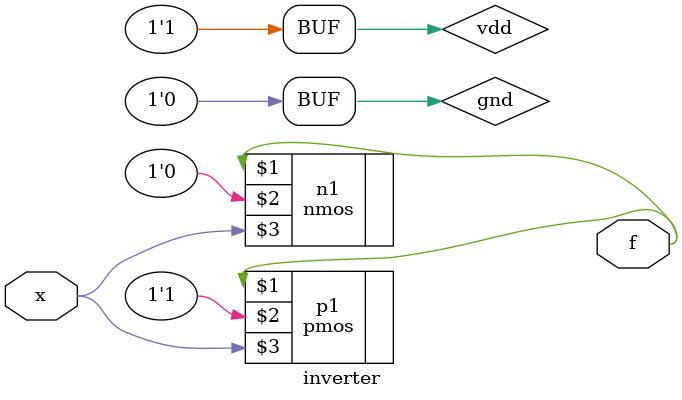
<source format=v>

module inverter(x, f);
	input x;
	output f;

	// Internal declaration
	supply1 vdd;
	supply0 gnd;

	// Not gate body
	pmos p1(f, vdd, x);
	nmos n1(f, gnd, x);
endmodule


</source>
